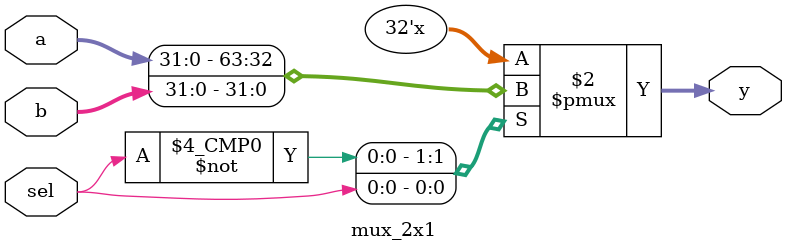
<source format=sv>
`timescale 1ns / 1ps

module DataPath (
    input  logic        clk,
    input  logic        reset,
    input  logic [31:0] machineCode,
    input  logic        regFileWe,
    input  logic [ 2:0] aluControl,
    output logic [31:0] dataMemRAddr,
    output logic [31:0] instrMemRAddr,
    input  logic [31:0] dataMemRData,
    input  logic        AluSrcMuxSel,
    input  logic        RFWriteDataSrcMuxSel
);
    logic [31:0] w_aluResult, w_RegFileRData1, w_RegFileRData2, w_PC_Data;
    logic [31:0] w_extendOut, w_AluSrcMuxOut, w_RFWriteDataSrcMuxOut;

    assign dataMemRAddr = w_aluResult;
    adder U_Adder_PC (
        .a(instrMemRAddr),
        .b(32'd4),
        .y(w_PC_Data)
    );
    Register U_PC (
        .clk  (clk),
        .reset(reset),
        .d    (w_PC_Data),
        .q    (instrMemRAddr)
    );

    RegisterFile U_RegisterFile (
        .clk   (clk),
        .we    (regFileWe),
        .RAddr1(machineCode[19:15]),
        .RAddr2(machineCode[24:20]),
        .WAddr (machineCode[11:7]),
        .WData (w_RFWriteDataSrcMuxOut),
        .RData1(w_RegFileRData1),
        .RData2(w_RegFileRData2)
    );


    mux_2x1 U_ALUSrcMux (
        .sel(AluSrcMuxSel),
        .a  (w_RegFileRData2),
        .b  (w_extendOut),
        .y  (w_AluSrcMuxOut)
    );


    ALU U_ALU (
        .a         (w_RegFileRData1),
        .b         (w_AluSrcMuxOut),
        .aluControl(aluControl),
        .result    (w_aluResult)
    );

    extend U_Extend (
        .instr (machineCode[31:7]),
        .immext(w_extendOut)
    );
    mux_2x1 U_RFWriteDataSrcMux (
        .sel(RFWriteDataSrcMuxSel),
        .a  (w_aluResult),
        .b  (dataMemRData),
        .y  (w_RFWriteDataSrcMuxOut)
    );

endmodule

module RegisterFile (
    input  logic        clk,
    input  logic        we,
    input  logic [ 4:0] RAddr1,
    input  logic [ 4:0] RAddr2,
    input  logic [ 4:0] WAddr,
    input  logic [31:0] WData,
    output logic [31:0] RData1,
    output logic [31:0] RData2
);
    logic [31:0] RegFile[0:31];

    initial begin
        RegFile[0] = 32'd0;
        RegFile[1] = 32'd1;
        RegFile[2] = 32'd2;
        RegFile[3] = 32'd3;
        RegFile[4] = 32'd4;
        RegFile[5] = 32'd5;
    end

    always_ff @(posedge clk) begin
        if (we) RegFile[WAddr] <= WData;
    end

    assign RData1 = (RAddr1 != 0) ? RegFile[RAddr1] : 0;
    assign RData2 = (RAddr2 != 0) ? RegFile[RAddr2] : 0;


endmodule

module Register (
    input  logic        clk,
    input  logic        reset,
    input  logic [31:0] d,
    output logic [31:0] q
);

    always_ff @(posedge clk, posedge reset) begin
        if (reset) q <= 0;
        else q <= d;
    end



endmodule

module ALU (
    input  logic [31:0] a,
    input  logic [31:0] b,
    input  logic [ 2:0] aluControl,
    output logic [31:0] result
);
    always_comb begin
        case (aluControl)
            3'b000:  result = a + b;
            3'b001:  result = a - b;
            3'b010:  result = a & b;
            3'b011:  result = a | b;
            default: result = 32'bx;
        endcase
    end
endmodule


module adder (
    input  logic [31:0] a,
    input  logic [31:0] b,
    output logic [31:0] y
);

    assign y = a + b;

endmodule

module extend (
    input  logic [31:7] instr,
    output logic [31:0] immext
);

    assign immext = {{20{instr[31]}}, instr[31:20]};

endmodule

module mux_2x1 (
    input  logic        sel,
    input  logic [31:0] a,
    input  logic [31:0] b,
    output logic [31:0] y
);
    always_comb begin
        case (sel)
            1'b0: y = a;
            1'b1: y = b;
            default: y = 32'bx;
        endcase
    end
endmodule

</source>
